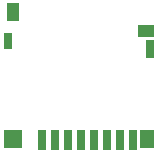
<source format=gbr>
%TF.GenerationSoftware,KiCad,Pcbnew,8.0.6-8.0.6-0~ubuntu24.04.1*%
%TF.CreationDate,2025-07-04T19:00:07-04:00*%
%TF.ProjectId,meshbot_kicad,6d657368-626f-4745-9f6b-696361642e6b,rev?*%
%TF.SameCoordinates,Original*%
%TF.FileFunction,Paste,Bot*%
%TF.FilePolarity,Positive*%
%FSLAX46Y46*%
G04 Gerber Fmt 4.6, Leading zero omitted, Abs format (unit mm)*
G04 Created by KiCad (PCBNEW 8.0.6-8.0.6-0~ubuntu24.04.1) date 2025-07-04 19:00:07*
%MOMM*%
%LPD*%
G01*
G04 APERTURE LIST*
%ADD10R,0.700000X1.750000*%
%ADD11R,1.300000X1.500000*%
%ADD12R,0.800000X1.500000*%
%ADD13R,1.450000X1.000000*%
%ADD14R,0.800000X1.400000*%
%ADD15R,1.500000X1.500000*%
%ADD16R,1.000000X1.550000*%
G04 APERTURE END LIST*
D10*
%TO.C,J10*%
X177200000Y-85200000D03*
D11*
X178400000Y-85075000D03*
D12*
X178650000Y-77475000D03*
D13*
X178325000Y-75975000D03*
D14*
X166700000Y-76825000D03*
D10*
X176100000Y-85200000D03*
X175000000Y-85200000D03*
X173900000Y-85200000D03*
X172800000Y-85200000D03*
X171700000Y-85200000D03*
X170600000Y-85200000D03*
X169500000Y-85200000D03*
D15*
X167050000Y-85075000D03*
D16*
X167100000Y-74400000D03*
%TD*%
M02*

</source>
